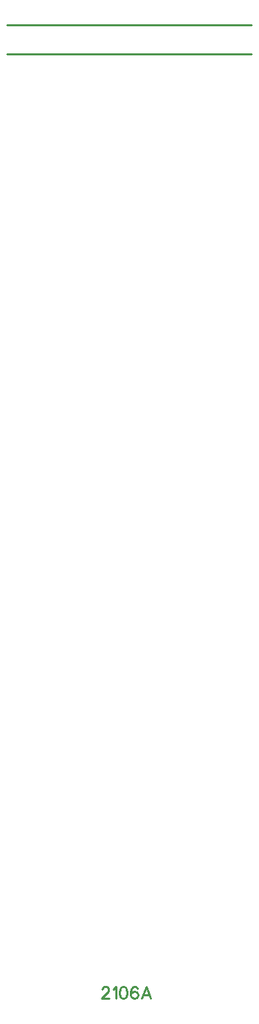
<source format=gto>
G04 Layer: TopSilkscreenLayer*
G04 EasyEDA v6.5.29, 2023-07-18 11:26:45*
G04 9daeeb10d62f4b77b565989ef25a112e,5a6b42c53f6a479593ecc07194224c93,10*
G04 Gerber Generator version 0.2*
G04 Scale: 100 percent, Rotated: No, Reflected: No *
G04 Dimensions in millimeters *
G04 leading zeros omitted , absolute positions ,4 integer and 5 decimal *
%FSLAX45Y45*%
%MOMM*%

%ADD10C,0.2540*%

%LPD*%
D10*
X1162558Y384047D02*
G01*
X1162558Y390905D01*
X1169415Y404368D01*
X1176274Y411226D01*
X1189736Y418084D01*
X1217168Y418084D01*
X1230629Y411226D01*
X1237488Y404368D01*
X1244345Y390905D01*
X1244345Y377189D01*
X1237488Y363473D01*
X1223772Y343154D01*
X1155700Y274828D01*
X1251204Y274828D01*
X1296161Y390905D02*
G01*
X1309877Y397510D01*
X1330197Y418084D01*
X1330197Y274828D01*
X1416050Y418084D02*
G01*
X1395729Y411226D01*
X1382013Y390905D01*
X1375156Y356615D01*
X1375156Y336295D01*
X1382013Y302260D01*
X1395729Y281686D01*
X1416050Y274828D01*
X1429765Y274828D01*
X1450340Y281686D01*
X1463802Y302260D01*
X1470659Y336295D01*
X1470659Y356615D01*
X1463802Y390905D01*
X1450340Y411226D01*
X1429765Y418084D01*
X1416050Y418084D01*
X1597406Y397510D02*
G01*
X1590802Y411226D01*
X1570227Y418084D01*
X1556511Y418084D01*
X1536191Y411226D01*
X1522475Y390905D01*
X1515618Y356615D01*
X1515618Y322579D01*
X1522475Y295402D01*
X1536191Y281686D01*
X1556511Y274828D01*
X1563370Y274828D01*
X1583943Y281686D01*
X1597406Y295402D01*
X1604263Y315721D01*
X1604263Y322579D01*
X1597406Y343154D01*
X1583943Y356615D01*
X1563370Y363473D01*
X1556511Y363473D01*
X1536191Y356615D01*
X1522475Y343154D01*
X1515618Y322579D01*
X1703831Y418084D02*
G01*
X1649222Y274828D01*
X1703831Y418084D02*
G01*
X1758441Y274828D01*
X1669795Y322579D02*
G01*
X1737868Y322579D01*
X0Y11823700D02*
G01*
X2997200Y11823700D01*
X0Y12179300D02*
G01*
X2997200Y12179300D01*
M02*

</source>
